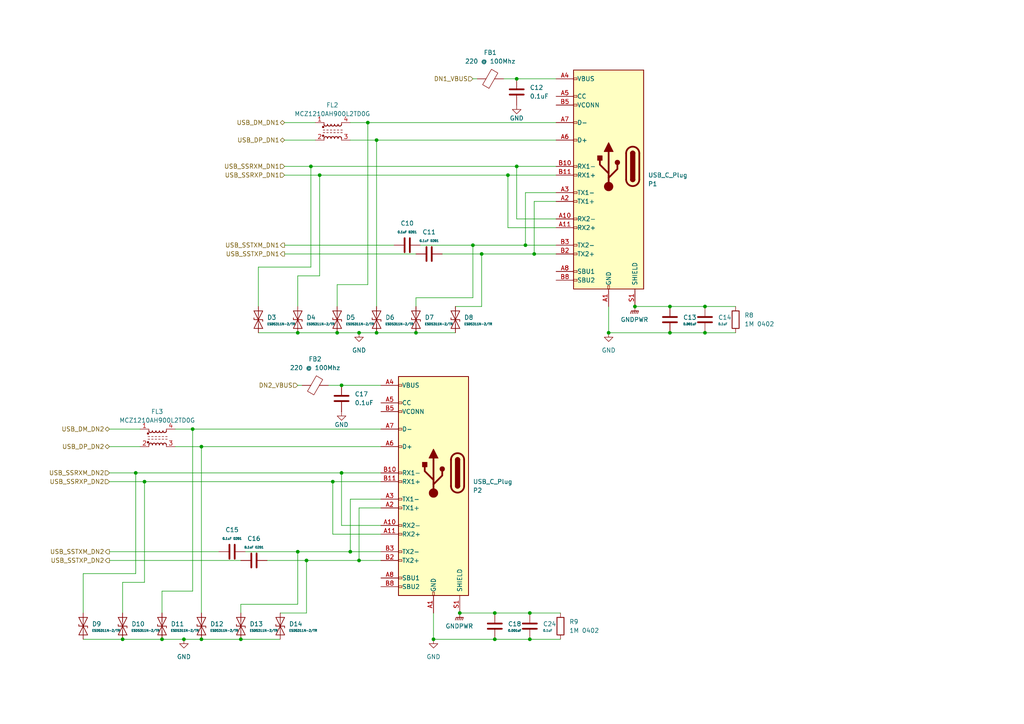
<source format=kicad_sch>
(kicad_sch (version 20250114) (generator "eeschema") (generator_version "9.0")
  (paper "A4")
  (lib_symbols
    (symbol "Connector:USB_C_Plug" (pin_names (offset 1.016))
      (property "Reference" "P" (at -10.16 29.21 0))
      (property "Value" "USB_C_Plug" (at 10.16 29.21 0))
      (symbol "USB_C_Plug_0_0"
        (rectangle (start -0.254 -35.56) (end 0.254 -34.544))
        (rectangle (start 10.16 25.654) (end 9.144 25.146))
        (rectangle (start 10.16 20.574) (end 9.144 20.066))
        (rectangle (start 10.16 18.034) (end 9.144 17.526))
        (rectangle (start 10.16 12.954) (end 9.144 12.446))
        (rectangle (start 10.16 7.874) (end 9.144 7.366))
        (rectangle (start 10.16 0.254) (end 9.144 -0.254))
        (rectangle (start 10.16 -2.286) (end 9.144 -2.794))
        (rectangle (start 10.16 -7.366) (end 9.144 -7.874))
        (rectangle (start 10.16 -9.906) (end 9.144 -10.414))
        (rectangle (start 10.16 -14.986) (end 9.144 -15.494))
        (rectangle (start 10.16 -17.526) (end 9.144 -18.034))
        (rectangle (start 10.16 -22.606) (end 9.144 -23.114))
        (rectangle (start 10.16 -25.146) (end 9.144 -25.654))
        (rectangle (start 10.16 -30.226) (end 9.144 -30.734))
        (rectangle (start 10.16 -32.766) (end 9.144 -33.274))
      )
      (symbol "USB_C_Plug_0_1"
        (rectangle (start -10.16 27.94) (end 10.16 -35.56) (stroke (width 0.254)) (fill (type background)))
        (polyline (pts (xy -8.89 -3.81) (xy -8.89 3.81)) (stroke (width 0.508)))
        (rectangle (start -7.62 -3.81) (end -6.35 3.81) (stroke (width 0.254)) (fill (type outline)))
        (arc (start -7.62 3.81) (mid -6.985 4.4423) (end -6.35 3.81) (stroke (width 0.254)))
        (arc (start -7.62 3.81) (mid -6.985 4.4423) (end -6.35 3.81) (stroke (width 0.254)) (fill (type outline)))
        (arc (start -8.89 3.81) (mid -6.985 5.7067) (end -5.08 3.81) (stroke (width 0.508)))
        (arc (start -5.08 -3.81) (mid -6.985 -5.7067) (end -8.89 -3.81) (stroke (width 0.508)))
        (arc (start -6.35 -3.81) (mid -6.985 -4.4423) (end -7.62 -3.81) (stroke (width 0.254)))
        (arc (start -6.35 -3.81) (mid -6.985 -4.4423) (end -7.62 -3.81) (stroke (width 0.254)) (fill (type outline)))
        (polyline (pts (xy -5.08 3.81) (xy -5.08 -3.81)) (stroke (width 0.508)))
      )
      (symbol "USB_C_Plug_1_1"
        (circle (center -2.54 1.143) (radius 0.635) (stroke (width 0.254)) (fill (type outline)))
        (polyline (pts (xy -1.27 4.318) (xy 0 6.858) (xy 1.27 4.318) (xy -1.27 4.318)) (stroke (width 0.254)) (fill (type outline)))
        (polyline (pts (xy 0 -2.032) (xy 2.54 0.508) (xy 2.54 1.778)) (stroke (width 0.508)))
        (polyline (pts (xy 0 -3.302) (xy -2.54 -0.762) (xy -2.54 0.508)) (stroke (width 0.508)))
        (polyline (pts (xy 0 -5.842) (xy 0 4.318)) (stroke (width 0.508)))
        (circle (center 0 -5.842) (radius 1.27) (fill (type outline)))
        (rectangle (start 1.905 1.778) (end 3.175 3.048) (stroke (width 0.254)) (fill (type outline)))
        (pin passive line (at -7.62 -40.64 90) (length 5.08) (name "SHIELD") (number "S1"))
        (pin passive line (at 0 -40.64 90) (length 5.08) (name "GND") (number "A1"))
        (pin passive line (at 0 -40.64 90) (length 5.08) (hide yes) (name "GND") (number "A12"))
        (pin passive line (at 0 -40.64 90) (length 5.08) (hide yes) (name "GND") (number "B1"))
        (pin passive line (at 0 -40.64 90) (length 5.08) (hide yes) (name "GND") (number "B12"))
        (pin passive line (at 15.24 25.4 180) (length 5.08) (name "VBUS") (number "A4"))
        (pin passive line (at 15.24 25.4 180) (length 5.08) (hide yes) (name "VBUS") (number "A9"))
        (pin passive line (at 15.24 25.4 180) (length 5.08) (hide yes) (name "VBUS") (number "B4"))
        (pin passive line (at 15.24 25.4 180) (length 5.08) (hide yes) (name "VBUS") (number "B9"))
        (pin bidirectional line (at 15.24 20.32 180) (length 5.08) (name "CC") (number "A5"))
        (pin bidirectional line (at 15.24 17.78 180) (length 5.08) (name "VCONN") (number "B5"))
        (pin bidirectional line (at 15.24 12.7 180) (length 5.08) (name "D-") (number "A7"))
        (pin bidirectional line (at 15.24 7.62 180) (length 5.08) (name "D+") (number "A6"))
        (pin bidirectional line (at 15.24 0 180) (length 5.08) (name "RX1-") (number "B10"))
        (pin bidirectional line (at 15.24 -2.54 180) (length 5.08) (name "RX1+") (number "B11"))
        (pin bidirectional line (at 15.24 -7.62 180) (length 5.08) (name "TX1-") (number "A3"))
        (pin bidirectional line (at 15.24 -10.16 180) (length 5.08) (name "TX1+") (number "A2"))
        (pin bidirectional line (at 15.24 -15.24 180) (length 5.08) (name "RX2-") (number "A10"))
        (pin bidirectional line (at 15.24 -17.78 180) (length 5.08) (name "RX2+") (number "A11"))
        (pin bidirectional line (at 15.24 -22.86 180) (length 5.08) (name "TX2-") (number "B3"))
        (pin bidirectional line (at 15.24 -25.4 180) (length 5.08) (name "TX2+") (number "B2"))
        (pin bidirectional line (at 15.24 -30.48 180) (length 5.08) (name "SBU1") (number "A8"))
        (pin bidirectional line (at 15.24 -33.02 180) (length 5.08) (name "SBU2") (number "B8"))
      )
    )
    (symbol "Device:C" (pin_numbers (hide yes)) (pin_names (offset 0.254))
      (property "Reference" "C" (at 0.635 2.54 0))
      (property "Value" "C" (at 0.635 -2.54 0))
      (symbol "C_0_1"
        (polyline (pts (xy -2.032 0.762) (xy 2.032 0.762)) (stroke (width 0.508)))
        (polyline (pts (xy -2.032 -0.762) (xy 2.032 -0.762)) (stroke (width 0.508)))
      )
      (symbol "C_1_1"
        (pin passive line (at 0 3.81 270) (length 2.794) (name "~") (number "1"))
        (pin passive line (at 0 -3.81 90) (length 2.794) (name "~") (number "2"))
      )
    )
    (symbol "Device:FerriteBead" (pin_numbers (hide yes)) (pin_names (offset 0))
      (property "Reference" "FB" (at -3.81 0.635 90))
      (property "Value" "FerriteBead" (at 3.81 0 90))
      (symbol "FerriteBead_0_1"
        (polyline (pts (xy -2.7686 0.4064) (xy -1.7018 2.2606) (xy 2.7686 -0.3048) (xy 1.6764 -2.159) (xy -2.7686 0.4064)))
        (polyline (pts (xy 0 1.27) (xy 0 1.2954)))
        (polyline (pts (xy 0 -1.27) (xy 0 -1.2192)))
      )
      (symbol "FerriteBead_1_1"
        (pin passive line (at 0 3.81 270) (length 2.54) (name "~") (number "1"))
        (pin passive line (at 0 -3.81 90) (length 2.54) (name "~") (number "2"))
      )
    )
    (symbol "Device:R" (pin_numbers (hide yes)) (pin_names (offset 0))
      (property "Reference" "R" (at 2.032 0 90))
      (property "Value" "R" (at 0 0 90))
      (symbol "R_0_1"
        (rectangle (start -1.016 -2.54) (end 1.016 2.54) (stroke (width 0.254)))
      )
      (symbol "R_1_1"
        (pin passive line (at 0 3.81 270) (length 1.27) (name "~") (number "1"))
        (pin passive line (at 0 -3.81 90) (length 1.27) (name "~") (number "2"))
      )
    )
    (symbol "Diode:ESD131-B1-W0201" (pin_numbers (hide yes)) (pin_names (offset 1.016) (hide yes))
      (property "Reference" "D" (at 0 2.54 0))
      (property "Value" "ESD131-B1-W0201" (at 0 -2.54 0))
      (symbol "ESD131-B1-W0201_0_1"
        (polyline (pts (xy -2.54 -1.27) (xy 0 0) (xy -2.54 1.27) (xy -2.54 -1.27)) (stroke (width 0.2032)))
        (polyline (pts (xy 0.508 1.27) (xy 0 1.27) (xy 0 -1.27) (xy -0.508 -1.27)) (stroke (width 0.2032)))
        (polyline (pts (xy 1.27 0) (xy -1.27 0)))
        (polyline (pts (xy 2.54 1.27) (xy 2.54 -1.27) (xy 0 0) (xy 2.54 1.27)) (stroke (width 0.2032)))
      )
      (symbol "ESD131-B1-W0201_1_1"
        (pin passive line (at -3.81 0 0) (length 2.54) (name "A1") (number "1"))
        (pin passive line (at 3.81 0 180) (length 2.54) (name "A2") (number "2"))
      )
    )
    (symbol "Filter:Choke_CommonMode_FerriteCore_1423" (pin_names (offset 0.254) (hide yes))
      (property "Reference" "FL" (at 0 4.445 0))
      (property "Value" "Choke_CommonMode_FerriteCore_1423" (at 0 -4.445 0))
      (symbol "Choke_CommonMode_FerriteCore_1423_0_1"
        (circle (center -2.794 1.27) (radius 0.254) (fill (type outline)))
        (polyline (pts (xy -2.794 0.381) (xy -2.286 0.381)))
        (polyline (pts (xy -2.794 -0.381) (xy -2.286 -0.381)))
        (circle (center -2.794 -1.27) (radius 0.254) (fill (type outline)))
        (polyline (pts (xy -2.54 2.032) (xy -2.54 2.54)))
        (polyline (pts (xy -2.54 -2.032) (xy -2.54 -2.54)))
        (arc (start -1.524 2.032) (mid -2.032 1.5262) (end -2.54 2.032) (stroke (width 0.254)))
        (arc (start -2.54 -2.032) (mid -2.032 -1.5262) (end -1.524 -2.032) (stroke (width 0.254)))
        (polyline (pts (xy -1.778 0.381) (xy -1.27 0.381)))
        (polyline (pts (xy -1.778 -0.381) (xy -1.27 -0.381)))
        (arc (start -0.508 2.032) (mid -1.016 1.5262) (end -1.524 2.032) (stroke (width 0.254)))
        (arc (start -1.524 -2.032) (mid -1.016 -1.5262) (end -0.508 -2.032) (stroke (width 0.254)))
        (polyline (pts (xy -0.762 0.381) (xy -0.254 0.381)))
        (polyline (pts (xy -0.762 -0.381) (xy -0.254 -0.381)))
        (arc (start 0.508 2.032) (mid 0 1.5262) (end -0.508 2.032) (stroke (width 0.254)))
        (arc (start -0.508 -2.032) (mid 0 -1.5262) (end 0.508 -2.032) (stroke (width 0.254)))
        (polyline (pts (xy 0.254 0.381) (xy 0.762 0.381)))
        (polyline (pts (xy 0.254 -0.381) (xy 0.762 -0.381)))
        (arc (start 1.524 2.032) (mid 1.016 1.5262) (end 0.508 2.032) (stroke (width 0.254)))
        (arc (start 0.508 -2.032) (mid 1.016 -1.5262) (end 1.524 -2.032) (stroke (width 0.254)))
        (polyline (pts (xy 1.27 0.381) (xy 1.778 0.381)))
        (polyline (pts (xy 1.27 -0.381) (xy 1.778 -0.381)))
        (arc (start 2.54 2.032) (mid 2.032 1.5262) (end 1.524 2.032) (stroke (width 0.254)))
        (arc (start 1.524 -2.032) (mid 2.032 -1.5262) (end 2.54 -2.032) (stroke (width 0.254)))
        (polyline (pts (xy 2.286 0.381) (xy 2.794 0.381)))
        (polyline (pts (xy 2.286 -0.381) (xy 2.794 -0.381)))
        (polyline (pts (xy 2.54 2.54) (xy 2.54 2.032)))
        (polyline (pts (xy 2.54 -2.032) (xy 2.54 -2.54)))
      )
      (symbol "Choke_CommonMode_FerriteCore_1423_1_1"
        (pin passive line (at -5.08 2.54 0) (length 2.54) (name "1") (number "1"))
        (pin passive line (at -5.08 -2.54 0) (length 2.54) (name "2") (number "2"))
        (pin passive line (at 5.08 2.54 180) (length 2.54) (name "4") (number "4"))
        (pin passive line (at 5.08 -2.54 180) (length 2.54) (name "3") (number "3"))
      )
    )
    (symbol "power:GND" (power) (pin_numbers (hide yes)) (pin_names (offset 0) (hide yes))
      (property "Value" "GND" (at 0 -3.81 0))
      (symbol "GND_0_1"
        (polyline (pts (xy 0 0) (xy 0 -1.27) (xy 1.27 -1.27) (xy 0 -2.54) (xy -1.27 -1.27) (xy 0 -1.27)))
      )
      (symbol "GND_1_1"
        (pin power_in line (at 0 0 270) (length 0) (name "~") (number "1"))
      )
    )
    (symbol "power:GNDPWR" (power) (pin_numbers (hide yes)) (pin_names (offset 0) (hide yes))
      (property "Value" "GNDPWR" (at 0 -3.302 0))
      (symbol "GNDPWR_0_1"
        (polyline (pts (xy -1.016 -1.27) (xy -1.27 -2.032) (xy -1.27 -2.032)) (stroke (width 0.2032)))
        (polyline (pts (xy -0.508 -1.27) (xy -0.762 -2.032) (xy -0.762 -2.032)) (stroke (width 0.2032)))
        (polyline (pts (xy 0 -1.27) (xy 0 0)))
        (polyline (pts (xy 0 -1.27) (xy -0.254 -2.032) (xy -0.254 -2.032)) (stroke (width 0.2032)))
        (polyline (pts (xy 0.508 -1.27) (xy 0.254 -2.032) (xy 0.254 -2.032)) (stroke (width 0.2032)))
        (polyline (pts (xy 1.016 -1.27) (xy -1.016 -1.27) (xy -1.016 -1.27)) (stroke (width 0.2032)))
        (polyline (pts (xy 1.016 -1.27) (xy 0.762 -2.032) (xy 0.762 -2.032) (xy 0.762 -2.032)) (stroke (width 0.2032)))
      )
      (symbol "GNDPWR_1_1"
        (pin power_in line (at 0 0 270) (length 0) (name "~") (number "1"))
      )
    )
  )
  (junction (at 53.34 185.42))
  (junction (at 41.91 139.7))
  (junction (at 99.06 137.16))
  (junction (at 149.86 22.86))
  (junction (at 125.73 185.42))
  (junction (at 133.35 177.8))
  (junction (at 58.42 129.54))
  (junction (at 137.16 71.12))
  (junction (at 35.56 185.42))
  (junction (at 153.67 177.8))
  (junction (at 194.31 88.9))
  (junction (at 104.14 162.56))
  (junction (at 86.36 160.02))
  (junction (at 101.6 160.02))
  (junction (at 55.88 124.46))
  (junction (at 69.85 185.42))
  (junction (at 147.32 50.8))
  (junction (at 176.53 96.52))
  (junction (at 120.65 96.52))
  (junction (at 46.99 185.42))
  (junction (at 143.51 185.42))
  (junction (at 149.86 48.26))
  (junction (at 96.52 139.7))
  (junction (at 153.67 185.42))
  (junction (at 204.47 88.9))
  (junction (at 104.14 96.52))
  (junction (at 139.7 73.66))
  (junction (at 109.22 40.64))
  (junction (at 152.4 71.12))
  (junction (at 106.68 35.56))
  (junction (at 99.06 111.76))
  (junction (at 143.51 177.8))
  (junction (at 58.42 185.42))
  (junction (at 92.71 50.8))
  (junction (at 204.47 96.52))
  (junction (at 88.9 162.56))
  (junction (at 194.31 96.52))
  (junction (at 86.36 96.52))
  (junction (at 184.15 88.9))
  (junction (at 154.94 73.66))
  (junction (at 39.37 137.16))
  (junction (at 97.79 96.52))
  (junction (at 109.22 96.52))
  (junction (at 90.17 48.26))
  (wire (pts (xy 86.36 175.26) (xy 69.85 175.26)))
  (wire (pts (xy 128.27 73.66) (xy 139.7 73.66)))
  (wire (pts (xy 101.6 40.64) (xy 109.22 40.64)))
  (wire (pts (xy 147.32 50.8) (xy 147.32 66.04)))
  (wire (pts (xy 101.6 35.56) (xy 106.68 35.56)))
  (wire (pts (xy 104.14 147.32) (xy 104.14 162.56)))
  (wire (pts (xy 55.88 124.46) (xy 110.49 124.46)))
  (wire (pts (xy 109.22 40.64) (xy 109.22 88.9)))
  (wire (pts (xy 86.36 80.01) (xy 86.36 88.9)))
  (wire (pts (xy 99.06 111.76) (xy 110.49 111.76)))
  (wire (pts (xy 99.06 137.16) (xy 99.06 152.4)))
  (wire (pts (xy 31.75 162.56) (xy 69.85 162.56)))
  (wire (pts (xy 82.55 71.12) (xy 114.3 71.12)))
  (wire (pts (xy 41.91 139.7) (xy 41.91 168.91)))
  (wire (pts (xy 39.37 137.16) (xy 99.06 137.16)))
  (wire (pts (xy 53.34 185.42) (xy 58.42 185.42)))
  (wire (pts (xy 139.7 73.66) (xy 139.7 88.9)))
  (wire (pts (xy 204.47 88.9) (xy 213.36 88.9)))
  (wire (pts (xy 137.16 86.36) (xy 137.16 71.12)))
  (wire (pts (xy 133.35 177.8) (xy 143.51 177.8)))
  (wire (pts (xy 71.12 160.02) (xy 86.36 160.02)))
  (wire (pts (xy 46.99 185.42) (xy 53.34 185.42)))
  (wire (pts (xy 97.79 96.52) (xy 104.14 96.52)))
  (wire (pts (xy 137.16 86.36) (xy 120.65 86.36)))
  (wire (pts (xy 96.52 139.7) (xy 96.52 154.94)))
  (wire (pts (xy 161.29 63.5) (xy 149.86 63.5)))
  (wire (pts (xy 146.05 22.86) (xy 149.86 22.86)))
  (wire (pts (xy 88.9 177.8) (xy 81.28 177.8)))
  (wire (pts (xy 101.6 160.02) (xy 110.49 160.02)))
  (wire (pts (xy 149.86 48.26) (xy 161.29 48.26)))
  (wire (pts (xy 96.52 139.7) (xy 110.49 139.7)))
  (wire (pts (xy 109.22 96.52) (xy 120.65 96.52)))
  (wire (pts (xy 104.14 162.56) (xy 110.49 162.56)))
  (wire (pts (xy 69.85 175.26) (xy 69.85 177.8)))
  (wire (pts (xy 153.67 177.8) (xy 162.56 177.8)))
  (wire (pts (xy 137.16 22.86) (xy 138.43 22.86)))
  (wire (pts (xy 86.36 111.76) (xy 87.63 111.76)))
  (wire (pts (xy 35.56 168.91) (xy 41.91 168.91)))
  (wire (pts (xy 104.14 96.52) (xy 109.22 96.52)))
  (wire (pts (xy 120.65 86.36) (xy 120.65 88.9)))
  (wire (pts (xy 90.17 48.26) (xy 90.17 77.47)))
  (wire (pts (xy 92.71 50.8) (xy 92.71 80.01)))
  (wire (pts (xy 139.7 73.66) (xy 154.94 73.66)))
  (wire (pts (xy 58.42 129.54) (xy 58.42 177.8)))
  (wire (pts (xy 121.92 71.12) (xy 137.16 71.12)))
  (wire (pts (xy 46.99 171.45) (xy 55.88 171.45)))
  (wire (pts (xy 154.94 58.42) (xy 154.94 73.66)))
  (wire (pts (xy 176.53 88.9) (xy 176.53 96.52)))
  (wire (pts (xy 82.55 48.26) (xy 90.17 48.26)))
  (wire (pts (xy 86.36 80.01) (xy 92.71 80.01)))
  (wire (pts (xy 139.7 88.9) (xy 132.08 88.9)))
  (wire (pts (xy 77.47 162.56) (xy 88.9 162.56)))
  (wire (pts (xy 161.29 66.04) (xy 147.32 66.04)))
  (wire (pts (xy 147.32 50.8) (xy 161.29 50.8)))
  (wire (pts (xy 149.86 22.86) (xy 161.29 22.86)))
  (wire (pts (xy 41.91 139.7) (xy 96.52 139.7)))
  (wire (pts (xy 55.88 124.46) (xy 55.88 171.45)))
  (wire (pts (xy 35.56 168.91) (xy 35.56 177.8)))
  (wire (pts (xy 152.4 55.88) (xy 152.4 71.12)))
  (wire (pts (xy 184.15 88.9) (xy 194.31 88.9)))
  (wire (pts (xy 74.93 96.52) (xy 86.36 96.52)))
  (wire (pts (xy 86.36 96.52) (xy 97.79 96.52)))
  (wire (pts (xy 82.55 73.66) (xy 120.65 73.66)))
  (wire (pts (xy 97.79 82.55) (xy 106.68 82.55)))
  (wire (pts (xy 24.13 185.42) (xy 35.56 185.42)))
  (wire (pts (xy 58.42 185.42) (xy 69.85 185.42)))
  (wire (pts (xy 74.93 77.47) (xy 74.93 88.9)))
  (wire (pts (xy 58.42 129.54) (xy 110.49 129.54)))
  (wire (pts (xy 162.56 185.42) (xy 153.67 185.42)))
  (wire (pts (xy 31.75 129.54) (xy 40.64 129.54)))
  (wire (pts (xy 106.68 35.56) (xy 161.29 35.56)))
  (wire (pts (xy 35.56 185.42) (xy 46.99 185.42)))
  (wire (pts (xy 82.55 40.64) (xy 91.44 40.64)))
  (wire (pts (xy 149.86 48.26) (xy 149.86 63.5)))
  (wire (pts (xy 74.93 77.47) (xy 90.17 77.47)))
  (wire (pts (xy 161.29 55.88) (xy 152.4 55.88)))
  (wire (pts (xy 161.29 58.42) (xy 154.94 58.42)))
  (wire (pts (xy 152.4 71.12) (xy 161.29 71.12)))
  (wire (pts (xy 82.55 50.8) (xy 92.71 50.8)))
  (wire (pts (xy 31.75 124.46) (xy 40.64 124.46)))
  (wire (pts (xy 46.99 177.8) (xy 46.99 171.45)))
  (wire (pts (xy 109.22 40.64) (xy 161.29 40.64)))
  (wire (pts (xy 24.13 166.37) (xy 39.37 166.37)))
  (wire (pts (xy 213.36 96.52) (xy 204.47 96.52)))
  (wire (pts (xy 31.75 139.7) (xy 41.91 139.7)))
  (wire (pts (xy 95.25 111.76) (xy 99.06 111.76)))
  (wire (pts (xy 97.79 88.9) (xy 97.79 82.55)))
  (wire (pts (xy 39.37 137.16) (xy 39.37 166.37)))
  (wire (pts (xy 90.17 48.26) (xy 149.86 48.26)))
  (wire (pts (xy 110.49 152.4) (xy 99.06 152.4)))
  (wire (pts (xy 137.16 71.12) (xy 152.4 71.12)))
  (wire (pts (xy 204.47 96.52) (xy 194.31 96.52)))
  (wire (pts (xy 110.49 147.32) (xy 104.14 147.32)))
  (wire (pts (xy 143.51 185.42) (xy 125.73 185.42)))
  (wire (pts (xy 194.31 88.9) (xy 204.47 88.9)))
  (wire (pts (xy 50.8 124.46) (xy 55.88 124.46)))
  (wire (pts (xy 92.71 50.8) (xy 147.32 50.8)))
  (wire (pts (xy 82.55 35.56) (xy 91.44 35.56)))
  (wire (pts (xy 99.06 137.16) (xy 110.49 137.16)))
  (wire (pts (xy 69.85 185.42) (xy 81.28 185.42)))
  (wire (pts (xy 154.94 73.66) (xy 161.29 73.66)))
  (wire (pts (xy 86.36 175.26) (xy 86.36 160.02)))
  (wire (pts (xy 125.73 177.8) (xy 125.73 185.42)))
  (wire (pts (xy 153.67 185.42) (xy 143.51 185.42)))
  (wire (pts (xy 194.31 96.52) (xy 176.53 96.52)))
  (wire (pts (xy 110.49 154.94) (xy 96.52 154.94)))
  (wire (pts (xy 88.9 162.56) (xy 88.9 177.8)))
  (wire (pts (xy 31.75 137.16) (xy 39.37 137.16)))
  (wire (pts (xy 101.6 144.78) (xy 101.6 160.02)))
  (wire (pts (xy 86.36 160.02) (xy 101.6 160.02)))
  (wire (pts (xy 24.13 166.37) (xy 24.13 177.8)))
  (wire (pts (xy 110.49 144.78) (xy 101.6 144.78)))
  (wire (pts (xy 143.51 177.8) (xy 153.67 177.8)))
  (wire (pts (xy 106.68 35.56) (xy 106.68 82.55)))
  (wire (pts (xy 120.65 96.52) (xy 132.08 96.52)))
  (wire (pts (xy 50.8 129.54) (xy 58.42 129.54)))
  (wire (pts (xy 88.9 162.56) (xy 104.14 162.56)))
  (wire (pts (xy 31.75 160.02) (xy 63.5 160.02)))
  (hierarchical_label "USB_DM_DN2" (shape bidirectional) (at 31.75 124.46 180))
  (hierarchical_label "USB_SSTXM_DN1" (shape output) (at 82.55 71.12 180))
  (hierarchical_label "USB_SSRXP_DN1" (shape input) (at 82.55 50.8 180))
  (hierarchical_label "USB_SSRXP_DN2" (shape input) (at 31.75 139.7 180))
  (hierarchical_label "USB_DP_DN2" (shape bidirectional) (at 31.75 129.54 180))
  (hierarchical_label "USB_SSRXM_DN1" (shape input) (at 82.55 48.26 180))
  (hierarchical_label "USB_SSTXP_DN1" (shape output) (at 82.55 73.66 180))
  (hierarchical_label "DN1_VBUS" (shape input) (at 137.16 22.86 180))
  (hierarchical_label "USB_DP_DN1" (shape bidirectional) (at 82.55 40.64 180))
  (hierarchical_label "DN2_VBUS" (shape input) (at 86.36 111.76 180))
  (hierarchical_label "USB_SSRXM_DN2" (shape input) (at 31.75 137.16 180))
  (hierarchical_label "USB_SSTXM_DN2" (shape output) (at 31.75 160.02 180))
  (hierarchical_label "USB_SSTXP_DN2" (shape output) (at 31.75 162.56 180))
  (hierarchical_label "USB_DM_DN1" (shape bidirectional) (at 82.55 35.56 180))
  (symbol (lib_id "power:GND") (at 99.06 119.38 0) (unit 1)
    (property "Reference" "#PWR023" (effects (hide yes)))
    (property "Value" "GND" (at 99.06 123.19 0))
    (property "Description" "Power symbol creates a global label with name \"GND\" , ground" (effects (hide yes)))
  )
  (symbol (lib_id "Device:C") (at 99.06 115.57 0) (unit 1)
    (property "Reference" "C17" (at 102.87 114.2999 0) (effects (justify left)))
    (property "Value" "0.1uF" (at 102.87 116.8399 0) (effects (justify left)))
    (property "Description" "Unpolarized capacitor" (effects (hide yes)))
  )
  (symbol (lib_id "Filter:Choke_CommonMode_FerriteCore_1423") (at 96.52 38.1 0) (unit 1)
    (property "Reference" "FL2" (at 96.393 30.48 0))
    (property "Value" "MCZ1210AH900L2TD0G" (at 96.393 33.02 0))
    (property "Description" "Generic common-mode choke, ferrite core, 1423 pin order" (effects (hide yes)))
  )
  (symbol (lib_id "power:GNDPWR") (at 133.35 177.8 0) (unit 1)
    (property "Reference" "#PWR025" (effects (hide yes)))
    (property "Value" "GNDPWR" (at 133.223 181.61 0))
    (property "Description" "Power symbol creates a global label with name \"GNDPWR\" , global ground" (effects (hide yes)))
  )
  (symbol (lib_id "Diode:ESD131-B1-W0201") (at 69.85 181.61 270) (unit 1)
    (property "Reference" "D13" (at 72.39 180.9749 90) (effects (justify left)))
    (property "Value" "ESD5311N-2/TR" (at 72.39 182.88 90) (effects (font (size 0.635 0.635)) (justify left)))
    (property "Footprint" "radxa:DFN1006-2L" (effects (hide yes)))
    (property "Datasheet" "https://www.infineon.com/dgdl/Infineon-ESD131-B1-W0201-DataSheet-v02_00-EN.pdf?fileId=5546d4625cc9456a015ce94850964889" (effects (hide yes)))
    (property "Description" "Bidirectional ESD protection diode, ±5.5Vrwm, 0.23pF, SG-WLL-2-3" (effects (hide yes)))
  )
  (symbol (lib_id "Connector:USB_C_Plug") (at 125.73 137.16 0) (mirror y) (unit 1)
    (property "Reference" "P2" (at 137.16 142.2401 0) (effects (justify right)))
    (property "Value" "USB_C_Plug" (at 137.16 139.7001 0) (effects (justify right)))
    (property "Datasheet" "https://www.usb.org/sites/default/files/documents/usb_type-c.zip" (effects (hide yes)))
    (property "Description" "USB Type-C Plug connector" (effects (hide yes)))
  )
  (symbol (lib_id "Filter:Choke_CommonMode_FerriteCore_1423") (at 45.72 127 0) (unit 1)
    (property "Reference" "FL3" (at 45.593 119.38 0))
    (property "Value" "MCZ1210AH900L2TD0G" (at 45.593 121.92 0))
    (property "Description" "Generic common-mode choke, ferrite core, 1423 pin order" (effects (hide yes)))
  )
  (symbol (lib_id "power:GND") (at 149.86 30.48 0) (unit 1)
    (property "Reference" "#PWR021" (effects (hide yes)))
    (property "Value" "GND" (at 149.86 34.29 0))
    (property "Description" "Power symbol creates a global label with name \"GND\" , ground" (effects (hide yes)))
  )
  (symbol (lib_id "Device:C") (at 153.67 181.61 0) (unit 1)
    (property "Reference" "C24" (at 157.48 180.9749 0) (effects (justify left)))
    (property "Value" "0.1uF" (at 157.48 182.88 0) (effects (font (size 0.635 0.635)) (justify left)))
    (property "Description" "Unpolarized capacitor" (effects (hide yes)))
  )
  (symbol (lib_id "Diode:ESD131-B1-W0201") (at 109.22 92.71 270) (unit 1)
    (property "Reference" "D6" (at 111.76 92.0749 90) (effects (justify left)))
    (property "Value" "ESD5311N-2/TR" (at 111.76 93.98 90) (effects (font (size 0.635 0.635)) (justify left)))
    (property "Footprint" "radxa:DFN1006-2L" (effects (hide yes)))
    (property "Datasheet" "https://www.infineon.com/dgdl/Infineon-ESD131-B1-W0201-DataSheet-v02_00-EN.pdf?fileId=5546d4625cc9456a015ce94850964889" (effects (hide yes)))
    (property "Description" "Bidirectional ESD protection diode, ±5.5Vrwm, 0.23pF, SG-WLL-2-3" (effects (hide yes)))
  )
  (symbol (lib_id "power:GND") (at 125.73 185.42 0) (unit 1)
    (property "Reference" "#PWR024" (effects (hide yes)))
    (property "Value" "GND" (at 125.73 190.5 0))
    (property "Description" "Power symbol creates a global label with name \"GND\" , ground" (effects (hide yes)))
  )
  (symbol (lib_id "Diode:ESD131-B1-W0201") (at 132.08 92.71 270) (unit 1)
    (property "Reference" "D8" (at 134.62 92.0749 90) (effects (justify left)))
    (property "Value" "ESD5311N-2/TR" (at 134.62 93.98 90) (effects (font (size 0.635 0.635)) (justify left)))
    (property "Footprint" "radxa:DFN1006-2L" (effects (hide yes)))
    (property "Datasheet" "https://www.infineon.com/dgdl/Infineon-ESD131-B1-W0201-DataSheet-v02_00-EN.pdf?fileId=5546d4625cc9456a015ce94850964889" (effects (hide yes)))
    (property "Description" "Bidirectional ESD protection diode, ±5.5Vrwm, 0.23pF, SG-WLL-2-3" (effects (hide yes)))
  )
  (symbol (lib_id "Device:C") (at 194.31 92.71 0) (unit 1)
    (property "Reference" "C13" (at 198.12 92.0749 0) (effects (justify left)))
    (property "Value" "0.001uF" (at 198.12 93.98 0) (effects (font (size 0.635 0.635)) (justify left)))
    (property "Description" "Unpolarized capacitor" (effects (hide yes)))
  )
  (symbol (lib_id "Diode:ESD131-B1-W0201") (at 81.28 181.61 270) (unit 1)
    (property "Reference" "D14" (at 83.82 180.9749 90) (effects (justify left)))
    (property "Value" "ESD5311N-2/TR" (at 83.82 182.88 90) (effects (font (size 0.635 0.635)) (justify left)))
    (property "Footprint" "radxa:DFN1006-2L" (effects (hide yes)))
    (property "Datasheet" "https://www.infineon.com/dgdl/Infineon-ESD131-B1-W0201-DataSheet-v02_00-EN.pdf?fileId=5546d4625cc9456a015ce94850964889" (effects (hide yes)))
    (property "Description" "Bidirectional ESD protection diode, ±5.5Vrwm, 0.23pF, SG-WLL-2-3" (effects (hide yes)))
  )
  (symbol (lib_id "Diode:ESD131-B1-W0201") (at 86.36 92.71 270) (unit 1)
    (property "Reference" "D4" (at 88.9 92.0749 90) (effects (justify left)))
    (property "Value" "ESD5311N-2/TR" (at 88.9 93.98 90) (effects (font (size 0.635 0.635)) (justify left)))
    (property "Footprint" "radxa:DFN1006-2L" (effects (hide yes)))
    (property "Datasheet" "https://www.infineon.com/dgdl/Infineon-ESD131-B1-W0201-DataSheet-v02_00-EN.pdf?fileId=5546d4625cc9456a015ce94850964889" (effects (hide yes)))
    (property "Description" "Bidirectional ESD protection diode, ±5.5Vrwm, 0.23pF, SG-WLL-2-3" (effects (hide yes)))
  )
  (symbol (lib_id "Diode:ESD131-B1-W0201") (at 35.56 181.61 270) (unit 1)
    (property "Reference" "D10" (at 38.1 180.9749 90) (effects (justify left)))
    (property "Value" "ESD5311N-2/TR" (at 38.1 182.88 90) (effects (font (size 0.635 0.635)) (justify left)))
    (property "Footprint" "radxa:DFN1006-2L" (effects (hide yes)))
    (property "Datasheet" "https://www.infineon.com/dgdl/Infineon-ESD131-B1-W0201-DataSheet-v02_00-EN.pdf?fileId=5546d4625cc9456a015ce94850964889" (effects (hide yes)))
    (property "Description" "Bidirectional ESD protection diode, ±5.5Vrwm, 0.23pF, SG-WLL-2-3" (effects (hide yes)))
  )
  (symbol (lib_id "Device:C") (at 149.86 26.67 0) (unit 1)
    (property "Reference" "C12" (at 153.67 25.3999 0) (effects (justify left)))
    (property "Value" "0.1uF" (at 153.67 27.9399 0) (effects (justify left)))
    (property "Description" "Unpolarized capacitor" (effects (hide yes)))
  )
  (symbol (lib_id "Device:C") (at 204.47 92.71 0) (unit 1)
    (property "Reference" "C14" (at 208.28 92.0749 0) (effects (justify left)))
    (property "Value" "0.1uF" (at 208.28 93.98 0) (effects (font (size 0.635 0.635)) (justify left)))
    (property "Description" "Unpolarized capacitor" (effects (hide yes)))
  )
  (symbol (lib_id "Device:C") (at 118.11 71.12 270) (unit 1)
    (property "Reference" "C10" (at 118.11 64.77 90))
    (property "Value" "0.1uF 0201" (at 118.11 67.31 90) (effects (font (size 0.635 0.635))))
    (property "Description" "Unpolarized capacitor" (effects (hide yes)))
  )
  (symbol (lib_id "Diode:ESD131-B1-W0201") (at 120.65 92.71 270) (unit 1)
    (property "Reference" "D7" (at 123.19 92.0749 90) (effects (justify left)))
    (property "Value" "ESD5311N-2/TR" (at 123.19 93.98 90) (effects (font (size 0.635 0.635)) (justify left)))
    (property "Footprint" "radxa:DFN1006-2L" (effects (hide yes)))
    (property "Datasheet" "https://www.infineon.com/dgdl/Infineon-ESD131-B1-W0201-DataSheet-v02_00-EN.pdf?fileId=5546d4625cc9456a015ce94850964889" (effects (hide yes)))
    (property "Description" "Bidirectional ESD protection diode, ±5.5Vrwm, 0.23pF, SG-WLL-2-3" (effects (hide yes)))
  )
  (symbol (lib_id "Device:C") (at 143.51 181.61 0) (unit 1)
    (property "Reference" "C18" (at 147.32 180.9749 0) (effects (justify left)))
    (property "Value" "0.001uF" (at 147.32 182.88 0) (effects (font (size 0.635 0.635)) (justify left)))
    (property "Description" "Unpolarized capacitor" (effects (hide yes)))
  )
  (symbol (lib_id "power:GNDPWR") (at 184.15 88.9 0) (unit 1)
    (property "Reference" "#PWR019" (effects (hide yes)))
    (property "Value" "GNDPWR" (at 184.023 92.71 0))
    (property "Description" "Power symbol creates a global label with name \"GNDPWR\" , global ground" (effects (hide yes)))
  )
  (symbol (lib_id "Diode:ESD131-B1-W0201") (at 46.99 181.61 270) (unit 1)
    (property "Reference" "D11" (at 49.53 180.9749 90) (effects (justify left)))
    (property "Value" "ESD5311N-2/TR" (at 49.53 182.88 90) (effects (font (size 0.635 0.635)) (justify left)))
    (property "Footprint" "radxa:DFN1006-2L" (effects (hide yes)))
    (property "Datasheet" "https://www.infineon.com/dgdl/Infineon-ESD131-B1-W0201-DataSheet-v02_00-EN.pdf?fileId=5546d4625cc9456a015ce94850964889" (effects (hide yes)))
    (property "Description" "Bidirectional ESD protection diode, ±5.5Vrwm, 0.23pF, SG-WLL-2-3" (effects (hide yes)))
  )
  (symbol (lib_id "power:GND") (at 104.14 96.52 0) (unit 1)
    (property "Reference" "#PWR018" (effects (hide yes)))
    (property "Value" "GND" (at 104.14 101.6 0))
    (property "Description" "Power symbol creates a global label with name \"GND\" , ground" (effects (hide yes)))
  )
  (symbol (lib_id "Device:FerriteBead") (at 91.44 111.76 90) (unit 1)
    (property "Reference" "FB2" (at 91.3892 104.14 90))
    (property "Value" "220 @ 100Mhz" (at 91.3892 106.68 90))
    (property "Description" "Ferrite bead" (effects (hide yes)))
  )
  (symbol (lib_id "Device:C") (at 124.46 73.66 90) (unit 1)
    (property "Reference" "C11" (at 124.46 67.31 90))
    (property "Value" "0.1uF 0201" (at 124.46 69.85 90) (effects (font (size 0.635 0.635))))
    (property "Description" "Unpolarized capacitor" (effects (hide yes)))
  )
  (symbol (lib_id "Device:R") (at 213.36 92.71 0) (unit 1)
    (property "Reference" "R8" (at 215.9 91.4399 0) (effects (justify left)))
    (property "Value" "1M 0402" (at 215.9 93.9799 0) (effects (justify left)))
    (property "Description" "Resistor" (effects (hide yes)))
  )
  (symbol (lib_id "Device:R") (at 162.56 181.61 0) (unit 1)
    (property "Reference" "R9" (at 165.1 180.3399 0) (effects (justify left)))
    (property "Value" "1M 0402" (at 165.1 182.8799 0) (effects (justify left)))
    (property "Description" "Resistor" (effects (hide yes)))
  )
  (symbol (lib_id "Connector:USB_C_Plug") (at 176.53 48.26 0) (mirror y) (unit 1)
    (property "Reference" "P1" (at 187.96 53.3401 0) (effects (justify right)))
    (property "Value" "USB_C_Plug" (at 187.96 50.8001 0) (effects (justify right)))
    (property "Datasheet" "https://www.usb.org/sites/default/files/documents/usb_type-c.zip" (effects (hide yes)))
    (property "Description" "USB Type-C Plug connector" (effects (hide yes)))
  )
  (symbol (lib_id "Diode:ESD131-B1-W0201") (at 24.13 181.61 270) (unit 1)
    (property "Reference" "D9" (at 26.67 180.9749 90) (effects (justify left)))
    (property "Value" "ESD5311N-2/TR" (at 26.67 182.88 90) (effects (font (size 0.635 0.635)) (justify left)))
    (property "Footprint" "radxa:DFN1006-2L" (effects (hide yes)))
    (property "Datasheet" "https://www.infineon.com/dgdl/Infineon-ESD131-B1-W0201-DataSheet-v02_00-EN.pdf?fileId=5546d4625cc9456a015ce94850964889" (effects (hide yes)))
    (property "Description" "Bidirectional ESD protection diode, ±5.5Vrwm, 0.23pF, SG-WLL-2-3" (effects (hide yes)))
  )
  (symbol (lib_id "power:GND") (at 176.53 96.52 0) (unit 1)
    (property "Reference" "#PWR020" (effects (hide yes)))
    (property "Value" "GND" (at 176.53 101.6 0))
    (property "Description" "Power symbol creates a global label with name \"GND\" , ground" (effects (hide yes)))
  )
  (symbol (lib_id "Device:C") (at 73.66 162.56 90) (unit 1)
    (property "Reference" "C16" (at 73.66 156.21 90))
    (property "Value" "0.1uF 0201" (at 73.66 158.75 90) (effects (font (size 0.635 0.635))))
    (property "Description" "Unpolarized capacitor" (effects (hide yes)))
  )
  (symbol (lib_id "Device:C") (at 67.31 160.02 270) (unit 1)
    (property "Reference" "C15" (at 67.31 153.67 90))
    (property "Value" "0.1uF 0201" (at 67.31 156.21 90) (effects (font (size 0.635 0.635))))
    (property "Description" "Unpolarized capacitor" (effects (hide yes)))
  )
  (symbol (lib_id "Diode:ESD131-B1-W0201") (at 74.93 92.71 270) (unit 1)
    (property "Reference" "D3" (at 77.47 92.0749 90) (effects (justify left)))
    (property "Value" "ESD5311N-2/TR" (at 77.47 93.98 90) (effects (font (size 0.635 0.635)) (justify left)))
    (property "Footprint" "radxa:DFN1006-2L" (effects (hide yes)))
    (property "Datasheet" "https://www.infineon.com/dgdl/Infineon-ESD131-B1-W0201-DataSheet-v02_00-EN.pdf?fileId=5546d4625cc9456a015ce94850964889" (effects (hide yes)))
    (property "Description" "Bidirectional ESD protection diode, ±5.5Vrwm, 0.23pF, SG-WLL-2-3" (effects (hide yes)))
  )
  (symbol (lib_id "power:GND") (at 53.34 185.42 0) (unit 1)
    (property "Reference" "#PWR022" (effects (hide yes)))
    (property "Value" "GND" (at 53.34 190.5 0))
    (property "Description" "Power symbol creates a global label with name \"GND\" , ground" (effects (hide yes)))
  )
  (symbol (lib_id "Device:FerriteBead") (at 142.24 22.86 90) (unit 1)
    (property "Reference" "FB1" (at 142.1892 15.24 90))
    (property "Value" "220 @ 100Mhz" (at 142.1892 17.78 90))
    (property "Description" "Ferrite bead" (effects (hide yes)))
  )
  (symbol (lib_id "Diode:ESD131-B1-W0201") (at 58.42 181.61 270) (unit 1)
    (property "Reference" "D12" (at 60.96 180.9749 90) (effects (justify left)))
    (property "Value" "ESD5311N-2/TR" (at 60.96 182.88 90) (effects (font (size 0.635 0.635)) (justify left)))
    (property "Footprint" "radxa:DFN1006-2L" (effects (hide yes)))
    (property "Datasheet" "https://www.infineon.com/dgdl/Infineon-ESD131-B1-W0201-DataSheet-v02_00-EN.pdf?fileId=5546d4625cc9456a015ce94850964889" (effects (hide yes)))
    (property "Description" "Bidirectional ESD protection diode, ±5.5Vrwm, 0.23pF, SG-WLL-2-3" (effects (hide yes)))
  )
  (symbol (lib_id "Diode:ESD131-B1-W0201") (at 97.79 92.71 270) (unit 1)
    (property "Reference" "D5" (at 100.33 92.0749 90) (effects (justify left)))
    (property "Value" "ESD5311N-2/TR" (at 100.33 93.98 90) (effects (font (size 0.635 0.635)) (justify left)))
    (property "Footprint" "radxa:DFN1006-2L" (effects (hide yes)))
    (property "Datasheet" "https://www.infineon.com/dgdl/Infineon-ESD131-B1-W0201-DataSheet-v02_00-EN.pdf?fileId=5546d4625cc9456a015ce94850964889" (effects (hide yes)))
    (property "Description" "Bidirectional ESD protection diode, ±5.5Vrwm, 0.23pF, SG-WLL-2-3" (effects (hide yes)))
  )
)
</source>
